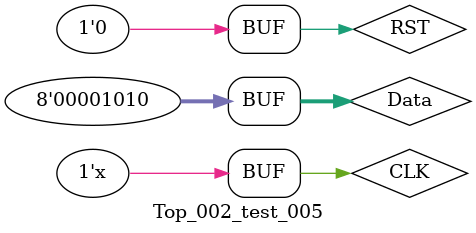
<source format=v>
`timescale 1ns / 1ps


module Top_002_test_005;

	// Inputs
	reg CLK;
	reg RST;
	reg [7:0] Data;

	// Outputs
	wire [7:0] Dis;
	wire [3:0] Cs;
	wire [7:0] LED;

	// Instantiate the Unit Under Test (UUT)
	Top_002 uut (
		.CLK(CLK), 
		.RST(RST), 
		.Data(Data), 
		.Dis(Dis), 
		.Cs(Cs), 
		.LED(LED)
	);

	initial begin
		// Initialize Inputs
		CLK = 0;
		RST = 0;
		Data = 8'h0A;

		// Wait 100 ns for global reset to finish
		#100;        
		// Add stimulus here
	end
    
	always #5 CLK = !CLK;  	
	
endmodule


</source>
